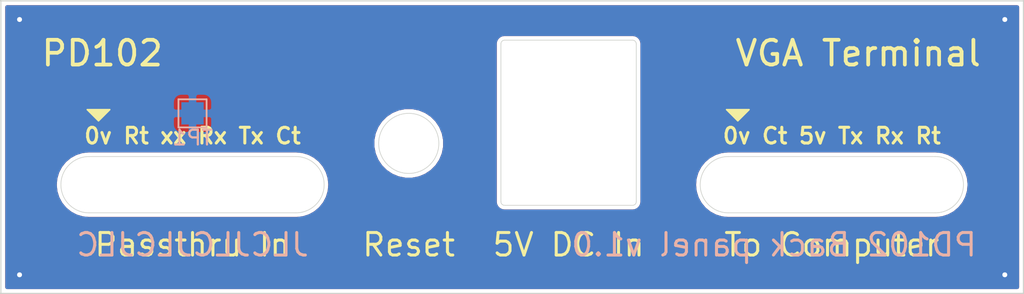
<source format=kicad_pcb>
(kicad_pcb (version 20171130) (host pcbnew "(5.1.6)-1")

  (general
    (thickness 1.6)
    (drawings 50)
    (tracks 4)
    (zones 0)
    (modules 1)
    (nets 2)
  )

  (page A4)
  (layers
    (0 F.Cu signal)
    (31 B.Cu signal)
    (36 B.SilkS user)
    (37 F.SilkS user)
    (38 B.Mask user)
    (39 F.Mask user)
    (40 Dwgs.User user)
    (41 Cmts.User user)
    (44 Edge.Cuts user)
    (45 Margin user)
    (46 B.CrtYd user)
    (47 F.CrtYd user)
    (49 F.Fab user)
  )

  (setup
    (last_trace_width 0.25)
    (user_trace_width 0.2032)
    (user_trace_width 0.254)
    (user_trace_width 0.381)
    (user_trace_width 0.508)
    (user_trace_width 0.635)
    (trace_clearance 0.2)
    (zone_clearance 0.254)
    (zone_45_only no)
    (trace_min 0.2)
    (via_size 0.8)
    (via_drill 0.4)
    (via_min_size 0.4)
    (via_min_drill 0.3)
    (user_via 0.635 0.3302)
    (uvia_size 0.3)
    (uvia_drill 0.1)
    (uvias_allowed no)
    (uvia_min_size 0.2)
    (uvia_min_drill 0.1)
    (edge_width 0.05)
    (segment_width 0.2)
    (pcb_text_width 0.3)
    (pcb_text_size 1.5 1.5)
    (mod_edge_width 0.12)
    (mod_text_size 1 1)
    (mod_text_width 0.15)
    (pad_size 1.524 1.524)
    (pad_drill 0.762)
    (pad_to_mask_clearance 0.05)
    (aux_axis_origin 0 0)
    (visible_elements 7FFFFFFF)
    (pcbplotparams
      (layerselection 0x010f0_ffffffff)
      (usegerberextensions false)
      (usegerberattributes true)
      (usegerberadvancedattributes true)
      (creategerberjobfile true)
      (excludeedgelayer true)
      (linewidth 0.100000)
      (plotframeref false)
      (viasonmask false)
      (mode 1)
      (useauxorigin false)
      (hpglpennumber 1)
      (hpglpenspeed 20)
      (hpglpendiameter 15.000000)
      (psnegative false)
      (psa4output false)
      (plotreference true)
      (plotvalue true)
      (plotinvisibletext false)
      (padsonsilk false)
      (subtractmaskfromsilk false)
      (outputformat 1)
      (mirror false)
      (drillshape 0)
      (scaleselection 1)
      (outputdirectory "gerbers/"))
  )

  (net 0 "")
  (net 1 GND)

  (net_class Default "This is the default net class."
    (clearance 0.2)
    (trace_width 0.25)
    (via_dia 0.8)
    (via_drill 0.4)
    (uvia_dia 0.3)
    (uvia_drill 0.1)
    (add_net GND)
  )

  (module TestPoint:TestPoint_Pad_1.5x1.5mm (layer B.Cu) (tedit 5A0F774F) (tstamp 5F9D47CF)
    (at 36.83 33.02)
    (descr "SMD rectangular pad as test Point, square 1.5mm side length")
    (tags "test point SMD pad rectangle square")
    (path /5F9D4090)
    (attr virtual)
    (fp_text reference TP1 (at 0 1.648) (layer B.SilkS)
      (effects (font (size 1 1) (thickness 0.15)) (justify mirror))
    )
    (fp_text value TestPoint (at 0 -1.75) (layer B.Fab)
      (effects (font (size 1 1) (thickness 0.15)) (justify mirror))
    )
    (fp_line (start -0.95 0.95) (end 0.95 0.95) (layer B.SilkS) (width 0.12))
    (fp_line (start 0.95 0.95) (end 0.95 -0.95) (layer B.SilkS) (width 0.12))
    (fp_line (start 0.95 -0.95) (end -0.95 -0.95) (layer B.SilkS) (width 0.12))
    (fp_line (start -0.95 -0.95) (end -0.95 0.95) (layer B.SilkS) (width 0.12))
    (fp_line (start -1.25 1.25) (end 1.25 1.25) (layer B.CrtYd) (width 0.05))
    (fp_line (start -1.25 1.25) (end -1.25 -1.25) (layer B.CrtYd) (width 0.05))
    (fp_line (start 1.25 -1.25) (end 1.25 1.25) (layer B.CrtYd) (width 0.05))
    (fp_line (start 1.25 -1.25) (end -1.25 -1.25) (layer B.CrtYd) (width 0.05))
    (fp_text user %R (at 0 1.65) (layer B.Fab)
      (effects (font (size 1 1) (thickness 0.15)) (justify mirror))
    )
    (pad 1 smd rect (at 0 0) (size 1.5 1.5) (layers B.Cu B.Mask)
      (net 1 GND))
  )

  (gr_poly (pts (xy 51.435 34.925) (xy 52.578 33.782) (xy 52.705 33.782) (xy 52.705 33.909) (xy 51.562 35.052) (xy 52.705 36.195) (xy 52.705 36.322) (xy 52.578 36.322) (xy 51.435 35.179) (xy 50.292 36.322) (xy 50.165 36.322) (xy 50.165 36.195) (xy 51.308 35.052) (xy 50.165 33.909) (xy 50.165 33.782) (xy 50.292 33.782)) (layer F.Mask) (width 0.1) (tstamp 5FB2266A))
  (gr_text Reset (at 51.435 41.91) (layer F.SilkS) (tstamp 5FB222F8)
    (effects (font (size 1.524 1.524) (thickness 0.2032)))
  )
  (gr_circle (center 51.435 35.052) (end 53.467 35.052) (layer Edge.Cuts) (width 0.05))
  (gr_poly (pts (xy 73.66 33.528) (xy 72.898 32.766) (xy 74.422 32.766)) (layer F.SilkS) (width 0.1))
  (gr_poly (pts (xy 30.48 33.528) (xy 29.718 32.766) (xy 31.242 32.766)) (layer F.SilkS) (width 0.1))
  (gr_poly (pts (xy 78.994 38.1) (xy 78.486 38.1) (xy 78.486 37.592) (xy 78.994 37.592)) (layer Cmts.User) (width 0.1) (tstamp 5FAE4CDE))
  (gr_poly (pts (xy 86.614 38.1) (xy 86.106 38.1) (xy 86.106 37.592) (xy 86.614 37.592)) (layer Cmts.User) (width 0.1) (tstamp 5FAE4CDD))
  (gr_poly (pts (xy 81.534 38.1) (xy 81.026 38.1) (xy 81.026 37.592) (xy 81.534 37.592)) (layer Cmts.User) (width 0.1) (tstamp 5FAE4CDC))
  (gr_poly (pts (xy 84.074 38.1) (xy 83.566 38.1) (xy 83.566 37.592) (xy 84.074 37.592)) (layer Cmts.User) (width 0.1) (tstamp 5FAE4CDB))
  (gr_poly (pts (xy 73.914 38.1) (xy 73.406 38.1) (xy 73.406 37.592) (xy 73.914 37.592)) (layer Cmts.User) (width 0.1) (tstamp 5FAE4CDA))
  (gr_poly (pts (xy 76.454 38.1) (xy 75.946 38.1) (xy 75.946 37.592) (xy 76.454 37.592)) (layer Cmts.User) (width 0.1) (tstamp 5FAE4CD9))
  (gr_poly (pts (xy 43.434 38.1) (xy 42.926 38.1) (xy 42.926 37.592) (xy 43.434 37.592)) (layer Cmts.User) (width 0.1))
  (gr_poly (pts (xy 40.894 38.1) (xy 40.386 38.1) (xy 40.386 37.592) (xy 40.894 37.592)) (layer Cmts.User) (width 0.1))
  (gr_poly (pts (xy 38.354 38.1) (xy 37.846 38.1) (xy 37.846 37.592) (xy 38.354 37.592)) (layer Cmts.User) (width 0.1))
  (gr_poly (pts (xy 30.734 38.1) (xy 30.226 38.1) (xy 30.226 37.592) (xy 30.734 37.592)) (layer Cmts.User) (width 0.1))
  (gr_poly (pts (xy 33.274 38.1) (xy 32.766 38.1) (xy 32.766 37.592) (xy 33.274 37.592)) (layer Cmts.User) (width 0.1))
  (gr_poly (pts (xy 35.814 38.1) (xy 35.306 38.1) (xy 35.306 37.592) (xy 35.814 37.592)) (layer Cmts.User) (width 0.1))
  (gr_text "0v Ct 5v Tx Rx Rt" (at 80.01 34.544) (layer F.SilkS) (tstamp 5FAE4A69)
    (effects (font (size 1.0668 1.0668) (thickness 0.2032)))
  )
  (gr_text "0v Rt xx Rx Tx Ct" (at 36.83 34.544) (layer F.SilkS) (tstamp 5FAE4A63)
    (effects (font (size 1.0668 1.0668) (thickness 0.2032)))
  )
  (gr_poly (pts (xy 36.83 37.719) (xy 37.973 36.576) (xy 38.1 36.576) (xy 38.1 36.703) (xy 36.957 37.846) (xy 38.1 38.989) (xy 38.1 39.116) (xy 37.973 39.116) (xy 36.83 37.973) (xy 35.687 39.116) (xy 35.56 39.116) (xy 35.56 38.989) (xy 36.703 37.846) (xy 35.56 36.703) (xy 35.56 36.576) (xy 35.687 36.576)) (layer F.Mask) (width 0.1) (tstamp 5FAE4BCD))
  (gr_poly (pts (xy 80.01 37.719) (xy 81.153 36.576) (xy 81.28 36.576) (xy 81.28 36.703) (xy 80.137 37.846) (xy 81.28 38.989) (xy 81.28 39.116) (xy 81.153 39.116) (xy 80.01 37.973) (xy 78.867 39.116) (xy 78.74 39.116) (xy 78.74 38.989) (xy 79.883 37.846) (xy 78.74 36.703) (xy 78.74 36.576) (xy 78.867 36.576)) (layer F.Mask) (width 0.1))
  (gr_poly (pts (xy 62.23 33.274) (xy 64.516 30.988) (xy 64.77 30.988) (xy 64.77 31.242) (xy 62.484 33.528) (xy 64.77 35.814) (xy 64.77 36.068) (xy 64.516 36.068) (xy 62.23 33.782) (xy 59.944 36.068) (xy 59.69 36.068) (xy 59.69 35.814) (xy 61.976 33.528) (xy 59.69 31.242) (xy 59.69 30.988) (xy 59.944 30.988)) (layer F.Mask) (width 0.1) (tstamp 5FB20086))
  (gr_text JLCJLCJLCJLC (at 36.83 41.91) (layer B.SilkS)
    (effects (font (size 1.524 1.524) (thickness 0.2032)) (justify mirror))
  )
  (gr_text "PD102 Back panel v1.0" (at 89.916 41.91) (layer B.SilkS)
    (effects (font (size 1.524 1.524) (thickness 0.2032)) (justify left mirror))
  )
  (gr_text "VGA Terminal" (at 81.788 28.956) (layer F.SilkS)
    (effects (font (size 1.6764 1.6764) (thickness 0.254)))
  )
  (gr_text PD102 (at 30.734 28.956) (layer F.SilkS)
    (effects (font (size 1.6764 1.6764) (thickness 0.254)))
  )
  (gr_text "5V DC In" (at 62.23 41.91) (layer F.SilkS) (tstamp 5FB200A1)
    (effects (font (size 1.524 1.524) (thickness 0.2032)))
  )
  (gr_text "To Computer" (at 80.01 41.91) (layer F.SilkS)
    (effects (font (size 1.524 1.524) (thickness 0.2032)))
  )
  (gr_text "Passthru In" (at 36.83 41.91) (layer F.SilkS)
    (effects (font (size 1.524 1.524) (thickness 0.2032)))
  )
  (gr_arc (start 57.912 38.989) (end 57.658 38.989) (angle -90) (layer Edge.Cuts) (width 0.05) (tstamp 5FB20095))
  (gr_arc (start 66.548 38.989) (end 66.548 39.243) (angle -90) (layer Edge.Cuts) (width 0.05) (tstamp 5FB2008F))
  (gr_arc (start 66.548 28.321) (end 66.802 28.321) (angle -90) (layer Edge.Cuts) (width 0.05) (tstamp 5FB2008C))
  (gr_arc (start 57.912 28.321) (end 57.912 28.067) (angle -90) (layer Edge.Cuts) (width 0.05) (tstamp 5FB20089))
  (gr_line (start 57.658 38.989) (end 57.658 28.321) (layer Edge.Cuts) (width 0.05) (tstamp 5FB20092))
  (gr_line (start 66.548 39.243) (end 57.912 39.243) (layer Edge.Cuts) (width 0.05) (tstamp 5FB2009E))
  (gr_line (start 66.802 28.321) (end 66.802 38.989) (layer Edge.Cuts) (width 0.05) (tstamp 5FB2009B))
  (gr_line (start 57.912 28.067) (end 66.548 28.067) (layer Edge.Cuts) (width 0.05) (tstamp 5FB20098))
  (gr_poly (pts (xy 91.44 40.64) (xy 25.4 40.64) (xy 25.4 39.116) (xy 91.44 39.116)) (layer Cmts.User) (width 0.0254))
  (gr_line (start 86.995 39.751) (end 73.025 39.751) (layer Edge.Cuts) (width 0.05) (tstamp 5F9D3352))
  (gr_line (start 73.025 35.941) (end 86.995 35.941) (layer Edge.Cuts) (width 0.05) (tstamp 5F9D3351))
  (gr_arc (start 86.995 37.846) (end 86.995 35.941) (angle 180) (layer Edge.Cuts) (width 0.05) (tstamp 5F9D3350))
  (gr_arc (start 73.025 37.846) (end 73.025 39.751) (angle 180) (layer Edge.Cuts) (width 0.05) (tstamp 5F9D334F))
  (gr_line (start 43.815 39.751) (end 29.845 39.751) (layer Edge.Cuts) (width 0.05) (tstamp 5F9D3256))
  (gr_line (start 29.845 35.941) (end 43.815 35.941) (layer Edge.Cuts) (width 0.05) (tstamp 5F9D3253))
  (gr_arc (start 43.815 37.846) (end 43.815 35.941) (angle 180) (layer Edge.Cuts) (width 0.05) (tstamp 5F9D3231))
  (gr_arc (start 29.845 37.846) (end 29.845 39.751) (angle 180) (layer Edge.Cuts) (width 0.05))
  (gr_line (start 23.876 25.4) (end 23.876 45.212) (layer Edge.Cuts) (width 0.1) (tstamp 5F9D21DE))
  (gr_line (start 92.964 25.4) (end 23.876 25.4) (layer Edge.Cuts) (width 0.1))
  (gr_line (start 92.964 45.212) (end 92.964 25.4) (layer Edge.Cuts) (width 0.1))
  (gr_line (start 23.876 45.212) (end 92.964 45.212) (layer Edge.Cuts) (width 0.1))

  (via (at 91.694 43.942) (size 0.635) (drill 0.3302) (layers F.Cu B.Cu) (net 1))
  (via (at 91.694 26.67) (size 0.635) (drill 0.3302) (layers F.Cu B.Cu) (net 1))
  (via (at 25.146 43.942) (size 0.635) (drill 0.3302) (layers F.Cu B.Cu) (net 1))
  (via (at 25.146 26.67) (size 0.635) (drill 0.3302) (layers F.Cu B.Cu) (net 1))

  (zone (net 1) (net_name GND) (layer F.Cu) (tstamp 5F9E5A04) (hatch edge 0.508)
    (connect_pads (clearance 0.254))
    (min_thickness 0.254)
    (fill yes (arc_segments 32) (thermal_gap 0.508) (thermal_bridge_width 0.508))
    (polygon
      (pts
        (xy 92.964 45.212) (xy 23.876 45.212) (xy 23.876 25.4) (xy 92.964 25.4)
      )
    )
    (filled_polygon
      (pts
        (xy 92.533 44.781) (xy 24.307 44.781) (xy 24.307 37.822501) (xy 27.535717 37.822501) (xy 27.535974 37.859299)
        (xy 27.535717 37.896096) (xy 27.53627 37.901738) (xy 27.575133 38.271492) (xy 27.582538 38.307564) (xy 27.589428 38.343684)
        (xy 27.591066 38.349111) (xy 27.701008 38.704275) (xy 27.715263 38.738186) (xy 27.729052 38.772314) (xy 27.731713 38.77732)
        (xy 27.908545 39.104365) (xy 27.929135 39.13489) (xy 27.949272 39.165663) (xy 27.952855 39.170056) (xy 28.189844 39.456526)
        (xy 28.21596 39.48246) (xy 28.2417 39.508745) (xy 28.246068 39.512359) (xy 28.534185 39.747342) (xy 28.564865 39.767726)
        (xy 28.595197 39.788495) (xy 28.600179 39.791189) (xy 28.600183 39.791192) (xy 28.600187 39.791194) (xy 28.928456 39.965737)
        (xy 28.962505 39.979771) (xy 28.996298 39.994255) (xy 29.001714 39.995932) (xy 29.357636 40.103391) (xy 29.393728 40.110538)
        (xy 29.429728 40.118189) (xy 29.435362 40.118782) (xy 29.435366 40.118782) (xy 29.805381 40.155062) (xy 29.805382 40.155062)
        (xy 29.825059 40.157) (xy 43.834941 40.157) (xy 43.836357 40.156861) (xy 43.844437 40.156804) (xy 43.86278 40.154876)
        (xy 43.881216 40.154876) (xy 43.886854 40.154284) (xy 44.256328 40.112841) (xy 44.292386 40.105177) (xy 44.328418 40.098042)
        (xy 44.333824 40.096369) (xy 44.333834 40.096367) (xy 44.333843 40.096363) (xy 44.688221 39.983949) (xy 44.722095 39.969431)
        (xy 44.756064 39.955429) (xy 44.761042 39.952738) (xy 44.761051 39.952734) (xy 44.761058 39.952729) (xy 45.086854 39.773621)
        (xy 45.117208 39.752838) (xy 45.147865 39.732469) (xy 45.152234 39.728855) (xy 45.437041 39.489873) (xy 45.462782 39.463588)
        (xy 45.488898 39.437653) (xy 45.492476 39.433266) (xy 45.492481 39.433261) (xy 45.492485 39.433256) (xy 45.725447 39.14351)
        (xy 45.745591 39.112726) (xy 45.766173 39.082212) (xy 45.768835 39.077206) (xy 45.804523 39.00894) (xy 57.252 39.00894)
        (xy 57.253688 39.026082) (xy 57.253678 39.027572) (xy 57.25423 39.033214) (xy 57.256785 39.057519) (xy 57.257875 39.068589)
        (xy 57.257987 39.068958) (xy 57.259412 39.082515) (xy 57.266819 39.1186) (xy 57.273707 39.154706) (xy 57.275345 39.160133)
        (xy 57.290004 39.207488) (xy 57.304277 39.241441) (xy 57.318046 39.275522) (xy 57.320707 39.280528) (xy 57.344284 39.324134)
        (xy 57.364896 39.354694) (xy 57.385015 39.385438) (xy 57.388587 39.389818) (xy 57.388592 39.389826) (xy 57.388598 39.389832)
        (xy 57.420196 39.428027) (xy 57.446315 39.453964) (xy 57.472053 39.480246) (xy 57.476421 39.48386) (xy 57.514836 39.515191)
        (xy 57.545529 39.535583) (xy 57.575843 39.55634) (xy 57.58083 39.559037) (xy 57.580835 39.55904) (xy 57.580838 39.559041)
        (xy 57.624599 39.58231) (xy 57.658665 39.596352) (xy 57.692444 39.610829) (xy 57.697848 39.612502) (xy 57.697857 39.612506)
        (xy 57.697866 39.612508) (xy 57.745316 39.626834) (xy 57.781383 39.633976) (xy 57.817411 39.641633) (xy 57.823049 39.642226)
        (xy 57.872385 39.647063) (xy 57.872393 39.647063) (xy 57.892059 39.649) (xy 66.567941 39.649) (xy 66.585083 39.647312)
        (xy 66.586572 39.647322) (xy 66.592214 39.64677) (xy 66.616504 39.644217) (xy 66.62759 39.643125) (xy 66.62796 39.643013)
        (xy 66.641515 39.641588) (xy 66.6776 39.634181) (xy 66.713706 39.627293) (xy 66.719131 39.625656) (xy 66.719137 39.625654)
        (xy 66.766488 39.610996) (xy 66.800441 39.596723) (xy 66.834522 39.582954) (xy 66.839528 39.580293) (xy 66.883134 39.556716)
        (xy 66.913694 39.536104) (xy 66.944438 39.515985) (xy 66.948818 39.512413) (xy 66.948826 39.512408) (xy 66.948832 39.512402)
        (xy 66.987027 39.480804) (xy 67.012964 39.454685) (xy 67.039246 39.428947) (xy 67.04286 39.424579) (xy 67.074191 39.386164)
        (xy 67.094583 39.355471) (xy 67.11534 39.325157) (xy 67.118037 39.32017) (xy 67.14131 39.276401) (xy 67.155352 39.242335)
        (xy 67.169829 39.208556) (xy 67.171502 39.203152) (xy 67.171506 39.203143) (xy 67.171508 39.203134) (xy 67.185834 39.155684)
        (xy 67.192976 39.119617) (xy 67.200633 39.083589) (xy 67.201226 39.077951) (xy 67.206063 39.028615) (xy 67.206063 39.028607)
        (xy 67.208 39.008941) (xy 67.208 37.822501) (xy 70.715717 37.822501) (xy 70.715974 37.859299) (xy 70.715717 37.896096)
        (xy 70.71627 37.901738) (xy 70.755133 38.271492) (xy 70.762538 38.307564) (xy 70.769428 38.343684) (xy 70.771066 38.349111)
        (xy 70.881008 38.704275) (xy 70.895263 38.738186) (xy 70.909052 38.772314) (xy 70.911713 38.77732) (xy 71.088545 39.104365)
        (xy 71.109135 39.13489) (xy 71.129272 39.165663) (xy 71.132855 39.170056) (xy 71.369844 39.456526) (xy 71.39596 39.48246)
        (xy 71.4217 39.508745) (xy 71.426068 39.512359) (xy 71.714185 39.747342) (xy 71.744865 39.767726) (xy 71.775197 39.788495)
        (xy 71.780179 39.791189) (xy 71.780183 39.791192) (xy 71.780187 39.791194) (xy 72.108456 39.965737) (xy 72.142505 39.979771)
        (xy 72.176298 39.994255) (xy 72.181714 39.995932) (xy 72.537636 40.103391) (xy 72.573728 40.110538) (xy 72.609728 40.118189)
        (xy 72.615362 40.118782) (xy 72.615366 40.118782) (xy 72.985381 40.155062) (xy 72.985382 40.155062) (xy 73.005059 40.157)
        (xy 87.014941 40.157) (xy 87.016357 40.156861) (xy 87.024437 40.156804) (xy 87.04278 40.154876) (xy 87.061216 40.154876)
        (xy 87.066854 40.154284) (xy 87.436328 40.112841) (xy 87.472386 40.105177) (xy 87.508418 40.098042) (xy 87.513824 40.096369)
        (xy 87.513834 40.096367) (xy 87.513843 40.096363) (xy 87.868221 39.983949) (xy 87.902095 39.969431) (xy 87.936064 39.955429)
        (xy 87.941042 39.952738) (xy 87.941051 39.952734) (xy 87.941058 39.952729) (xy 88.266854 39.773621) (xy 88.297208 39.752838)
        (xy 88.327865 39.732469) (xy 88.332234 39.728855) (xy 88.617041 39.489873) (xy 88.642782 39.463588) (xy 88.668898 39.437653)
        (xy 88.672476 39.433266) (xy 88.672481 39.433261) (xy 88.672485 39.433256) (xy 88.905447 39.14351) (xy 88.925591 39.112726)
        (xy 88.946173 39.082212) (xy 88.948835 39.077206) (xy 89.121083 38.747725) (xy 89.134857 38.713633) (xy 89.149128 38.679683)
        (xy 89.150767 38.674256) (xy 89.255739 38.317591) (xy 89.262639 38.281419) (xy 89.270032 38.245401) (xy 89.270586 38.239759)
        (xy 89.304283 37.869499) (xy 89.304026 37.832702) (xy 89.304283 37.795905) (xy 89.30373 37.790262) (xy 89.264867 37.420508)
        (xy 89.257464 37.384442) (xy 89.250572 37.348316) (xy 89.248934 37.342889) (xy 89.138992 36.987725) (xy 89.124732 36.953802)
        (xy 89.110948 36.919686) (xy 89.108286 36.91468) (xy 89.108286 36.914679) (xy 89.108283 36.914675) (xy 88.931455 36.587635)
        (xy 88.910855 36.557094) (xy 88.890728 36.526337) (xy 88.887145 36.521943) (xy 88.650156 36.235474) (xy 88.62404 36.20954)
        (xy 88.5983 36.183255) (xy 88.593938 36.179646) (xy 88.593932 36.17964) (xy 88.593925 36.179636) (xy 88.305815 35.944658)
        (xy 88.27515 35.924284) (xy 88.244803 35.903505) (xy 88.239821 35.900811) (xy 88.239817 35.900808) (xy 88.239813 35.900806)
        (xy 87.911544 35.726263) (xy 87.877495 35.712229) (xy 87.843702 35.697745) (xy 87.838286 35.696068) (xy 87.482363 35.588608)
        (xy 87.446242 35.581456) (xy 87.410272 35.573811) (xy 87.404636 35.573218) (xy 87.404634 35.573218) (xy 87.034618 35.536938)
        (xy 87.014941 35.535) (xy 73.005059 35.535) (xy 73.003643 35.535139) (xy 72.995563 35.535196) (xy 72.97722 35.537124)
        (xy 72.958784 35.537124) (xy 72.953146 35.537716) (xy 72.583672 35.579159) (xy 72.547614 35.586823) (xy 72.511582 35.593958)
        (xy 72.506176 35.595631) (xy 72.506166 35.595633) (xy 72.506157 35.595637) (xy 72.151779 35.708052) (xy 72.11795 35.722551)
        (xy 72.083936 35.736571) (xy 72.078958 35.739262) (xy 72.078949 35.739266) (xy 72.078942 35.739271) (xy 71.753146 35.918379)
        (xy 71.722781 35.93917) (xy 71.692135 35.959532) (xy 71.687766 35.963145) (xy 71.402958 36.202127) (xy 71.377182 36.228448)
        (xy 71.351102 36.254347) (xy 71.347524 36.258734) (xy 71.347519 36.258739) (xy 71.347515 36.258744) (xy 71.114553 36.548491)
        (xy 71.094393 36.579298) (xy 71.073827 36.609789) (xy 71.071168 36.614789) (xy 71.071165 36.614793) (xy 71.071165 36.614794)
        (xy 70.898916 36.944276) (xy 70.885104 36.978462) (xy 70.870873 37.012316) (xy 70.869237 37.017733) (xy 70.869233 37.017743)
        (xy 70.869231 37.017753) (xy 70.764261 37.374409) (xy 70.757358 37.410595) (xy 70.749968 37.4466) (xy 70.749414 37.452242)
        (xy 70.715717 37.822501) (xy 67.208 37.822501) (xy 67.208 28.301059) (xy 67.206313 28.283926) (xy 67.206323 28.282429)
        (xy 67.20577 28.276787) (xy 67.203218 28.252504) (xy 67.202125 28.24141) (xy 67.202013 28.24104) (xy 67.200588 28.227485)
        (xy 67.193182 28.191406) (xy 67.186293 28.155294) (xy 67.184655 28.149867) (xy 67.169996 28.102512) (xy 67.155723 28.068559)
        (xy 67.141954 28.034478) (xy 67.139293 28.029472) (xy 67.115716 27.985866) (xy 67.095136 27.955354) (xy 67.074985 27.924561)
        (xy 67.071402 27.920168) (xy 67.039803 27.881972) (xy 67.013668 27.856019) (xy 66.987947 27.829754) (xy 66.983584 27.826144)
        (xy 66.983579 27.826139) (xy 66.983572 27.826135) (xy 66.945163 27.794809) (xy 66.914488 27.774429) (xy 66.884157 27.75366)
        (xy 66.879171 27.750963) (xy 66.835401 27.72769) (xy 66.801335 27.713648) (xy 66.767556 27.699171) (xy 66.762149 27.697496)
        (xy 66.762143 27.697494) (xy 66.762137 27.697493) (xy 66.714684 27.683166) (xy 66.678625 27.676026) (xy 66.64259 27.668367)
        (xy 66.636952 27.667774) (xy 66.587615 27.662937) (xy 66.587607 27.662937) (xy 66.567941 27.661) (xy 57.892059 27.661)
        (xy 57.874926 27.662687) (xy 57.873429 27.662677) (xy 57.867787 27.66323) (xy 57.843504 27.665782) (xy 57.83241 27.666875)
        (xy 57.83204 27.666987) (xy 57.818485 27.668412) (xy 57.782406 27.675818) (xy 57.746294 27.682707) (xy 57.740867 27.684345)
        (xy 57.693512 27.699004) (xy 57.659559 27.713277) (xy 57.625478 27.727046) (xy 57.620472 27.729707) (xy 57.576866 27.753284)
        (xy 57.546354 27.773864) (xy 57.515561 27.794015) (xy 57.511168 27.797598) (xy 57.472972 27.829197) (xy 57.447019 27.855332)
        (xy 57.420754 27.881053) (xy 57.417145 27.885415) (xy 57.417139 27.885421) (xy 57.417135 27.885428) (xy 57.385809 27.923837)
        (xy 57.365429 27.954512) (xy 57.34466 27.984843) (xy 57.341963 27.989829) (xy 57.31869 28.033599) (xy 57.304648 28.067665)
        (xy 57.290171 28.101444) (xy 57.288496 28.106851) (xy 57.288494 28.106857) (xy 57.288494 28.106859) (xy 57.274166 28.154316)
        (xy 57.267026 28.190375) (xy 57.259367 28.22641) (xy 57.258774 28.232048) (xy 57.253937 28.281385) (xy 57.253937 28.281403)
        (xy 57.252001 28.301059) (xy 57.252 39.00894) (xy 45.804523 39.00894) (xy 45.941083 38.747725) (xy 45.954857 38.713633)
        (xy 45.969128 38.679683) (xy 45.970767 38.674256) (xy 46.075739 38.317591) (xy 46.082639 38.281419) (xy 46.090032 38.245401)
        (xy 46.090586 38.239759) (xy 46.124283 37.869499) (xy 46.124026 37.832702) (xy 46.124283 37.795905) (xy 46.12373 37.790262)
        (xy 46.084867 37.420508) (xy 46.077464 37.384442) (xy 46.070572 37.348316) (xy 46.068934 37.342889) (xy 45.958992 36.987725)
        (xy 45.944732 36.953802) (xy 45.930948 36.919686) (xy 45.928286 36.91468) (xy 45.928286 36.914679) (xy 45.928283 36.914675)
        (xy 45.751455 36.587635) (xy 45.730855 36.557094) (xy 45.710728 36.526337) (xy 45.707145 36.521943) (xy 45.470156 36.235474)
        (xy 45.44404 36.20954) (xy 45.4183 36.183255) (xy 45.413938 36.179646) (xy 45.413932 36.17964) (xy 45.413925 36.179636)
        (xy 45.125815 35.944658) (xy 45.09515 35.924284) (xy 45.064803 35.903505) (xy 45.059821 35.900811) (xy 45.059817 35.900808)
        (xy 45.059813 35.900806) (xy 44.731544 35.726263) (xy 44.697495 35.712229) (xy 44.663702 35.697745) (xy 44.658286 35.696068)
        (xy 44.302363 35.588608) (xy 44.266242 35.581456) (xy 44.230272 35.573811) (xy 44.224636 35.573218) (xy 44.224634 35.573218)
        (xy 43.854618 35.536938) (xy 43.834941 35.535) (xy 29.825059 35.535) (xy 29.823643 35.535139) (xy 29.815563 35.535196)
        (xy 29.79722 35.537124) (xy 29.778784 35.537124) (xy 29.773146 35.537716) (xy 29.403672 35.579159) (xy 29.367614 35.586823)
        (xy 29.331582 35.593958) (xy 29.326176 35.595631) (xy 29.326166 35.595633) (xy 29.326157 35.595637) (xy 28.971779 35.708052)
        (xy 28.93795 35.722551) (xy 28.903936 35.736571) (xy 28.898958 35.739262) (xy 28.898949 35.739266) (xy 28.898942 35.739271)
        (xy 28.573146 35.918379) (xy 28.542781 35.93917) (xy 28.512135 35.959532) (xy 28.507766 35.963145) (xy 28.222958 36.202127)
        (xy 28.197182 36.228448) (xy 28.171102 36.254347) (xy 28.167524 36.258734) (xy 28.167519 36.258739) (xy 28.167515 36.258744)
        (xy 27.934553 36.548491) (xy 27.914393 36.579298) (xy 27.893827 36.609789) (xy 27.891168 36.614789) (xy 27.891165 36.614793)
        (xy 27.891165 36.614794) (xy 27.718916 36.944276) (xy 27.705104 36.978462) (xy 27.690873 37.012316) (xy 27.689237 37.017733)
        (xy 27.689233 37.017743) (xy 27.689231 37.017753) (xy 27.584261 37.374409) (xy 27.577358 37.410595) (xy 27.569968 37.4466)
        (xy 27.569414 37.452242) (xy 27.535717 37.822501) (xy 24.307 37.822501) (xy 24.307 34.811074) (xy 48.988836 34.811074)
        (xy 48.988836 35.292926) (xy 49.082841 35.76552) (xy 49.267238 36.210693) (xy 49.53494 36.611339) (xy 49.875661 36.95206)
        (xy 50.276307 37.219762) (xy 50.72148 37.404159) (xy 51.194074 37.498164) (xy 51.675926 37.498164) (xy 52.14852 37.404159)
        (xy 52.593693 37.219762) (xy 52.994339 36.95206) (xy 53.33506 36.611339) (xy 53.602762 36.210693) (xy 53.787159 35.76552)
        (xy 53.881164 35.292926) (xy 53.881164 34.811074) (xy 53.787159 34.33848) (xy 53.602762 33.893307) (xy 53.33506 33.492661)
        (xy 52.994339 33.15194) (xy 52.593693 32.884238) (xy 52.14852 32.699841) (xy 51.675926 32.605836) (xy 51.194074 32.605836)
        (xy 50.72148 32.699841) (xy 50.276307 32.884238) (xy 49.875661 33.15194) (xy 49.53494 33.492661) (xy 49.267238 33.893307)
        (xy 49.082841 34.33848) (xy 48.988836 34.811074) (xy 24.307 34.811074) (xy 24.307 25.831) (xy 92.533001 25.831)
      )
    )
  )
  (zone (net 1) (net_name GND) (layer B.Cu) (tstamp 5F9E5A01) (hatch edge 0.508)
    (connect_pads (clearance 0.254))
    (min_thickness 0.254)
    (fill yes (arc_segments 32) (thermal_gap 0.508) (thermal_bridge_width 0.508))
    (polygon
      (pts
        (xy 92.964 45.212) (xy 23.876 45.212) (xy 23.876 25.4) (xy 92.964 25.4)
      )
    )
    (filled_polygon
      (pts
        (xy 92.533 44.781) (xy 24.307 44.781) (xy 24.307 37.822501) (xy 27.535717 37.822501) (xy 27.535974 37.859299)
        (xy 27.535717 37.896096) (xy 27.53627 37.901738) (xy 27.575133 38.271492) (xy 27.582538 38.307564) (xy 27.589428 38.343684)
        (xy 27.591066 38.349111) (xy 27.701008 38.704275) (xy 27.715263 38.738186) (xy 27.729052 38.772314) (xy 27.731713 38.77732)
        (xy 27.908545 39.104365) (xy 27.929135 39.13489) (xy 27.949272 39.165663) (xy 27.952855 39.170056) (xy 28.189844 39.456526)
        (xy 28.21596 39.48246) (xy 28.2417 39.508745) (xy 28.246068 39.512359) (xy 28.534185 39.747342) (xy 28.564865 39.767726)
        (xy 28.595197 39.788495) (xy 28.600179 39.791189) (xy 28.600183 39.791192) (xy 28.600187 39.791194) (xy 28.928456 39.965737)
        (xy 28.962505 39.979771) (xy 28.996298 39.994255) (xy 29.001714 39.995932) (xy 29.357636 40.103391) (xy 29.393728 40.110538)
        (xy 29.429728 40.118189) (xy 29.435362 40.118782) (xy 29.435366 40.118782) (xy 29.805381 40.155062) (xy 29.805382 40.155062)
        (xy 29.825059 40.157) (xy 43.834941 40.157) (xy 43.836357 40.156861) (xy 43.844437 40.156804) (xy 43.86278 40.154876)
        (xy 43.881216 40.154876) (xy 43.886854 40.154284) (xy 44.256328 40.112841) (xy 44.292386 40.105177) (xy 44.328418 40.098042)
        (xy 44.333824 40.096369) (xy 44.333834 40.096367) (xy 44.333843 40.096363) (xy 44.688221 39.983949) (xy 44.722095 39.969431)
        (xy 44.756064 39.955429) (xy 44.761042 39.952738) (xy 44.761051 39.952734) (xy 44.761058 39.952729) (xy 45.086854 39.773621)
        (xy 45.117208 39.752838) (xy 45.147865 39.732469) (xy 45.152234 39.728855) (xy 45.437041 39.489873) (xy 45.462782 39.463588)
        (xy 45.488898 39.437653) (xy 45.492476 39.433266) (xy 45.492481 39.433261) (xy 45.492485 39.433256) (xy 45.725447 39.14351)
        (xy 45.745591 39.112726) (xy 45.766173 39.082212) (xy 45.768835 39.077206) (xy 45.804523 39.00894) (xy 57.252 39.00894)
        (xy 57.253688 39.026082) (xy 57.253678 39.027572) (xy 57.25423 39.033214) (xy 57.256785 39.057519) (xy 57.257875 39.068589)
        (xy 57.257987 39.068958) (xy 57.259412 39.082515) (xy 57.266819 39.1186) (xy 57.273707 39.154706) (xy 57.275345 39.160133)
        (xy 57.290004 39.207488) (xy 57.304277 39.241441) (xy 57.318046 39.275522) (xy 57.320707 39.280528) (xy 57.344284 39.324134)
        (xy 57.364896 39.354694) (xy 57.385015 39.385438) (xy 57.388587 39.389818) (xy 57.388592 39.389826) (xy 57.388598 39.389832)
        (xy 57.420196 39.428027) (xy 57.446315 39.453964) (xy 57.472053 39.480246) (xy 57.476421 39.48386) (xy 57.514836 39.515191)
        (xy 57.545529 39.535583) (xy 57.575843 39.55634) (xy 57.58083 39.559037) (xy 57.580835 39.55904) (xy 57.580838 39.559041)
        (xy 57.624599 39.58231) (xy 57.658665 39.596352) (xy 57.692444 39.610829) (xy 57.697848 39.612502) (xy 57.697857 39.612506)
        (xy 57.697866 39.612508) (xy 57.745316 39.626834) (xy 57.781383 39.633976) (xy 57.817411 39.641633) (xy 57.823049 39.642226)
        (xy 57.872385 39.647063) (xy 57.872393 39.647063) (xy 57.892059 39.649) (xy 66.567941 39.649) (xy 66.585083 39.647312)
        (xy 66.586572 39.647322) (xy 66.592214 39.64677) (xy 66.616504 39.644217) (xy 66.62759 39.643125) (xy 66.62796 39.643013)
        (xy 66.641515 39.641588) (xy 66.6776 39.634181) (xy 66.713706 39.627293) (xy 66.719131 39.625656) (xy 66.719137 39.625654)
        (xy 66.766488 39.610996) (xy 66.800441 39.596723) (xy 66.834522 39.582954) (xy 66.839528 39.580293) (xy 66.883134 39.556716)
        (xy 66.913694 39.536104) (xy 66.944438 39.515985) (xy 66.948818 39.512413) (xy 66.948826 39.512408) (xy 66.948832 39.512402)
        (xy 66.987027 39.480804) (xy 67.012964 39.454685) (xy 67.039246 39.428947) (xy 67.04286 39.424579) (xy 67.074191 39.386164)
        (xy 67.094583 39.355471) (xy 67.11534 39.325157) (xy 67.118037 39.32017) (xy 67.14131 39.276401) (xy 67.155352 39.242335)
        (xy 67.169829 39.208556) (xy 67.171502 39.203152) (xy 67.171506 39.203143) (xy 67.171508 39.203134) (xy 67.185834 39.155684)
        (xy 67.192976 39.119617) (xy 67.200633 39.083589) (xy 67.201226 39.077951) (xy 67.206063 39.028615) (xy 67.206063 39.028607)
        (xy 67.208 39.008941) (xy 67.208 37.822501) (xy 70.715717 37.822501) (xy 70.715974 37.859299) (xy 70.715717 37.896096)
        (xy 70.71627 37.901738) (xy 70.755133 38.271492) (xy 70.762538 38.307564) (xy 70.769428 38.343684) (xy 70.771066 38.349111)
        (xy 70.881008 38.704275) (xy 70.895263 38.738186) (xy 70.909052 38.772314) (xy 70.911713 38.77732) (xy 71.088545 39.104365)
        (xy 71.109135 39.13489) (xy 71.129272 39.165663) (xy 71.132855 39.170056) (xy 71.369844 39.456526) (xy 71.39596 39.48246)
        (xy 71.4217 39.508745) (xy 71.426068 39.512359) (xy 71.714185 39.747342) (xy 71.744865 39.767726) (xy 71.775197 39.788495)
        (xy 71.780179 39.791189) (xy 71.780183 39.791192) (xy 71.780187 39.791194) (xy 72.108456 39.965737) (xy 72.142505 39.979771)
        (xy 72.176298 39.994255) (xy 72.181714 39.995932) (xy 72.537636 40.103391) (xy 72.573728 40.110538) (xy 72.609728 40.118189)
        (xy 72.615362 40.118782) (xy 72.615366 40.118782) (xy 72.985381 40.155062) (xy 72.985382 40.155062) (xy 73.005059 40.157)
        (xy 87.014941 40.157) (xy 87.016357 40.156861) (xy 87.024437 40.156804) (xy 87.04278 40.154876) (xy 87.061216 40.154876)
        (xy 87.066854 40.154284) (xy 87.436328 40.112841) (xy 87.472386 40.105177) (xy 87.508418 40.098042) (xy 87.513824 40.096369)
        (xy 87.513834 40.096367) (xy 87.513843 40.096363) (xy 87.868221 39.983949) (xy 87.902095 39.969431) (xy 87.936064 39.955429)
        (xy 87.941042 39.952738) (xy 87.941051 39.952734) (xy 87.941058 39.952729) (xy 88.266854 39.773621) (xy 88.297208 39.752838)
        (xy 88.327865 39.732469) (xy 88.332234 39.728855) (xy 88.617041 39.489873) (xy 88.642782 39.463588) (xy 88.668898 39.437653)
        (xy 88.672476 39.433266) (xy 88.672481 39.433261) (xy 88.672485 39.433256) (xy 88.905447 39.14351) (xy 88.925591 39.112726)
        (xy 88.946173 39.082212) (xy 88.948835 39.077206) (xy 89.121083 38.747725) (xy 89.134857 38.713633) (xy 89.149128 38.679683)
        (xy 89.150767 38.674256) (xy 89.255739 38.317591) (xy 89.262639 38.281419) (xy 89.270032 38.245401) (xy 89.270586 38.239759)
        (xy 89.304283 37.869499) (xy 89.304026 37.832702) (xy 89.304283 37.795905) (xy 89.30373 37.790262) (xy 89.264867 37.420508)
        (xy 89.257464 37.384442) (xy 89.250572 37.348316) (xy 89.248934 37.342889) (xy 89.138992 36.987725) (xy 89.124732 36.953802)
        (xy 89.110948 36.919686) (xy 89.108286 36.91468) (xy 89.108286 36.914679) (xy 89.108283 36.914675) (xy 88.931455 36.587635)
        (xy 88.910855 36.557094) (xy 88.890728 36.526337) (xy 88.887145 36.521943) (xy 88.650156 36.235474) (xy 88.62404 36.20954)
        (xy 88.5983 36.183255) (xy 88.593938 36.179646) (xy 88.593932 36.17964) (xy 88.593925 36.179636) (xy 88.305815 35.944658)
        (xy 88.27515 35.924284) (xy 88.244803 35.903505) (xy 88.239821 35.900811) (xy 88.239817 35.900808) (xy 88.239813 35.900806)
        (xy 87.911544 35.726263) (xy 87.877495 35.712229) (xy 87.843702 35.697745) (xy 87.838286 35.696068) (xy 87.482363 35.588608)
        (xy 87.446242 35.581456) (xy 87.410272 35.573811) (xy 87.404636 35.573218) (xy 87.404634 35.573218) (xy 87.034618 35.536938)
        (xy 87.014941 35.535) (xy 73.005059 35.535) (xy 73.003643 35.535139) (xy 72.995563 35.535196) (xy 72.97722 35.537124)
        (xy 72.958784 35.537124) (xy 72.953146 35.537716) (xy 72.583672 35.579159) (xy 72.547614 35.586823) (xy 72.511582 35.593958)
        (xy 72.506176 35.595631) (xy 72.506166 35.595633) (xy 72.506157 35.595637) (xy 72.151779 35.708052) (xy 72.11795 35.722551)
        (xy 72.083936 35.736571) (xy 72.078958 35.739262) (xy 72.078949 35.739266) (xy 72.078942 35.739271) (xy 71.753146 35.918379)
        (xy 71.722781 35.93917) (xy 71.692135 35.959532) (xy 71.687766 35.963145) (xy 71.402958 36.202127) (xy 71.377182 36.228448)
        (xy 71.351102 36.254347) (xy 71.347524 36.258734) (xy 71.347519 36.258739) (xy 71.347515 36.258744) (xy 71.114553 36.548491)
        (xy 71.094393 36.579298) (xy 71.073827 36.609789) (xy 71.071168 36.614789) (xy 71.071165 36.614793) (xy 71.071165 36.614794)
        (xy 70.898916 36.944276) (xy 70.885104 36.978462) (xy 70.870873 37.012316) (xy 70.869237 37.017733) (xy 70.869233 37.017743)
        (xy 70.869231 37.017753) (xy 70.764261 37.374409) (xy 70.757358 37.410595) (xy 70.749968 37.4466) (xy 70.749414 37.452242)
        (xy 70.715717 37.822501) (xy 67.208 37.822501) (xy 67.208 28.301059) (xy 67.206313 28.283926) (xy 67.206323 28.282429)
        (xy 67.20577 28.276787) (xy 67.203218 28.252504) (xy 67.202125 28.24141) (xy 67.202013 28.24104) (xy 67.200588 28.227485)
        (xy 67.193182 28.191406) (xy 67.186293 28.155294) (xy 67.184655 28.149867) (xy 67.169996 28.102512) (xy 67.155723 28.068559)
        (xy 67.141954 28.034478) (xy 67.139293 28.029472) (xy 67.115716 27.985866) (xy 67.095136 27.955354) (xy 67.074985 27.924561)
        (xy 67.071402 27.920168) (xy 67.039803 27.881972) (xy 67.013668 27.856019) (xy 66.987947 27.829754) (xy 66.983584 27.826144)
        (xy 66.983579 27.826139) (xy 66.983572 27.826135) (xy 66.945163 27.794809) (xy 66.914488 27.774429) (xy 66.884157 27.75366)
        (xy 66.879171 27.750963) (xy 66.835401 27.72769) (xy 66.801335 27.713648) (xy 66.767556 27.699171) (xy 66.762149 27.697496)
        (xy 66.762143 27.697494) (xy 66.762137 27.697493) (xy 66.714684 27.683166) (xy 66.678625 27.676026) (xy 66.64259 27.668367)
        (xy 66.636952 27.667774) (xy 66.587615 27.662937) (xy 66.587607 27.662937) (xy 66.567941 27.661) (xy 57.892059 27.661)
        (xy 57.874926 27.662687) (xy 57.873429 27.662677) (xy 57.867787 27.66323) (xy 57.843504 27.665782) (xy 57.83241 27.666875)
        (xy 57.83204 27.666987) (xy 57.818485 27.668412) (xy 57.782406 27.675818) (xy 57.746294 27.682707) (xy 57.740867 27.684345)
        (xy 57.693512 27.699004) (xy 57.659559 27.713277) (xy 57.625478 27.727046) (xy 57.620472 27.729707) (xy 57.576866 27.753284)
        (xy 57.546354 27.773864) (xy 57.515561 27.794015) (xy 57.511168 27.797598) (xy 57.472972 27.829197) (xy 57.447019 27.855332)
        (xy 57.420754 27.881053) (xy 57.417145 27.885415) (xy 57.417139 27.885421) (xy 57.417135 27.885428) (xy 57.385809 27.923837)
        (xy 57.365429 27.954512) (xy 57.34466 27.984843) (xy 57.341963 27.989829) (xy 57.31869 28.033599) (xy 57.304648 28.067665)
        (xy 57.290171 28.101444) (xy 57.288496 28.106851) (xy 57.288494 28.106857) (xy 57.288494 28.106859) (xy 57.274166 28.154316)
        (xy 57.267026 28.190375) (xy 57.259367 28.22641) (xy 57.258774 28.232048) (xy 57.253937 28.281385) (xy 57.253937 28.281403)
        (xy 57.252001 28.301059) (xy 57.252 39.00894) (xy 45.804523 39.00894) (xy 45.941083 38.747725) (xy 45.954857 38.713633)
        (xy 45.969128 38.679683) (xy 45.970767 38.674256) (xy 46.075739 38.317591) (xy 46.082639 38.281419) (xy 46.090032 38.245401)
        (xy 46.090586 38.239759) (xy 46.124283 37.869499) (xy 46.124026 37.832702) (xy 46.124283 37.795905) (xy 46.12373 37.790262)
        (xy 46.084867 37.420508) (xy 46.077464 37.384442) (xy 46.070572 37.348316) (xy 46.068934 37.342889) (xy 45.958992 36.987725)
        (xy 45.944732 36.953802) (xy 45.930948 36.919686) (xy 45.928286 36.91468) (xy 45.928286 36.914679) (xy 45.928283 36.914675)
        (xy 45.751455 36.587635) (xy 45.730855 36.557094) (xy 45.710728 36.526337) (xy 45.707145 36.521943) (xy 45.470156 36.235474)
        (xy 45.44404 36.20954) (xy 45.4183 36.183255) (xy 45.413938 36.179646) (xy 45.413932 36.17964) (xy 45.413925 36.179636)
        (xy 45.125815 35.944658) (xy 45.09515 35.924284) (xy 45.064803 35.903505) (xy 45.059821 35.900811) (xy 45.059817 35.900808)
        (xy 45.059813 35.900806) (xy 44.731544 35.726263) (xy 44.697495 35.712229) (xy 44.663702 35.697745) (xy 44.658286 35.696068)
        (xy 44.302363 35.588608) (xy 44.266242 35.581456) (xy 44.230272 35.573811) (xy 44.224636 35.573218) (xy 44.224634 35.573218)
        (xy 43.854618 35.536938) (xy 43.834941 35.535) (xy 29.825059 35.535) (xy 29.823643 35.535139) (xy 29.815563 35.535196)
        (xy 29.79722 35.537124) (xy 29.778784 35.537124) (xy 29.773146 35.537716) (xy 29.403672 35.579159) (xy 29.367614 35.586823)
        (xy 29.331582 35.593958) (xy 29.326176 35.595631) (xy 29.326166 35.595633) (xy 29.326157 35.595637) (xy 28.971779 35.708052)
        (xy 28.93795 35.722551) (xy 28.903936 35.736571) (xy 28.898958 35.739262) (xy 28.898949 35.739266) (xy 28.898942 35.739271)
        (xy 28.573146 35.918379) (xy 28.542781 35.93917) (xy 28.512135 35.959532) (xy 28.507766 35.963145) (xy 28.222958 36.202127)
        (xy 28.197182 36.228448) (xy 28.171102 36.254347) (xy 28.167524 36.258734) (xy 28.167519 36.258739) (xy 28.167515 36.258744)
        (xy 27.934553 36.548491) (xy 27.914393 36.579298) (xy 27.893827 36.609789) (xy 27.891168 36.614789) (xy 27.891165 36.614793)
        (xy 27.891165 36.614794) (xy 27.718916 36.944276) (xy 27.705104 36.978462) (xy 27.690873 37.012316) (xy 27.689237 37.017733)
        (xy 27.689233 37.017743) (xy 27.689231 37.017753) (xy 27.584261 37.374409) (xy 27.577358 37.410595) (xy 27.569968 37.4466)
        (xy 27.569414 37.452242) (xy 27.535717 37.822501) (xy 24.307 37.822501) (xy 24.307 34.811074) (xy 48.988836 34.811074)
        (xy 48.988836 35.292926) (xy 49.082841 35.76552) (xy 49.267238 36.210693) (xy 49.53494 36.611339) (xy 49.875661 36.95206)
        (xy 50.276307 37.219762) (xy 50.72148 37.404159) (xy 51.194074 37.498164) (xy 51.675926 37.498164) (xy 52.14852 37.404159)
        (xy 52.593693 37.219762) (xy 52.994339 36.95206) (xy 53.33506 36.611339) (xy 53.602762 36.210693) (xy 53.787159 35.76552)
        (xy 53.881164 35.292926) (xy 53.881164 34.811074) (xy 53.787159 34.33848) (xy 53.602762 33.893307) (xy 53.33506 33.492661)
        (xy 52.994339 33.15194) (xy 52.593693 32.884238) (xy 52.14852 32.699841) (xy 51.675926 32.605836) (xy 51.194074 32.605836)
        (xy 50.72148 32.699841) (xy 50.276307 32.884238) (xy 49.875661 33.15194) (xy 49.53494 33.492661) (xy 49.267238 33.893307)
        (xy 49.082841 34.33848) (xy 48.988836 34.811074) (xy 24.307 34.811074) (xy 24.307 33.77) (xy 35.441928 33.77)
        (xy 35.454188 33.894482) (xy 35.490498 34.01418) (xy 35.549463 34.124494) (xy 35.628815 34.221185) (xy 35.725506 34.300537)
        (xy 35.83582 34.359502) (xy 35.955518 34.395812) (xy 36.08 34.408072) (xy 36.54425 34.405) (xy 36.703 34.24625)
        (xy 36.703 33.147) (xy 36.957 33.147) (xy 36.957 34.24625) (xy 37.11575 34.405) (xy 37.58 34.408072)
        (xy 37.704482 34.395812) (xy 37.82418 34.359502) (xy 37.934494 34.300537) (xy 38.031185 34.221185) (xy 38.110537 34.124494)
        (xy 38.169502 34.01418) (xy 38.205812 33.894482) (xy 38.218072 33.77) (xy 38.215 33.30575) (xy 38.05625 33.147)
        (xy 36.957 33.147) (xy 36.703 33.147) (xy 35.60375 33.147) (xy 35.445 33.30575) (xy 35.441928 33.77)
        (xy 24.307 33.77) (xy 24.307 32.27) (xy 35.441928 32.27) (xy 35.445 32.73425) (xy 35.60375 32.893)
        (xy 36.703 32.893) (xy 36.703 31.79375) (xy 36.957 31.79375) (xy 36.957 32.893) (xy 38.05625 32.893)
        (xy 38.215 32.73425) (xy 38.218072 32.27) (xy 38.205812 32.145518) (xy 38.169502 32.02582) (xy 38.110537 31.915506)
        (xy 38.031185 31.818815) (xy 37.934494 31.739463) (xy 37.82418 31.680498) (xy 37.704482 31.644188) (xy 37.58 31.631928)
        (xy 37.11575 31.635) (xy 36.957 31.79375) (xy 36.703 31.79375) (xy 36.54425 31.635) (xy 36.08 31.631928)
        (xy 35.955518 31.644188) (xy 35.83582 31.680498) (xy 35.725506 31.739463) (xy 35.628815 31.818815) (xy 35.549463 31.915506)
        (xy 35.490498 32.02582) (xy 35.454188 32.145518) (xy 35.441928 32.27) (xy 24.307 32.27) (xy 24.307 25.831)
        (xy 92.533001 25.831)
      )
    )
  )
)

</source>
